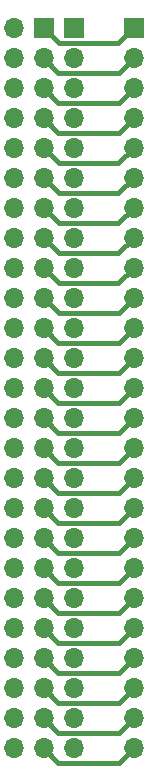
<source format=gbr>
%TF.GenerationSoftware,KiCad,Pcbnew,8.0.4*%
%TF.CreationDate,2024-08-17T03:05:55-04:00*%
%TF.ProjectId,50 pin ribbon adapter,35302070-696e-4207-9269-62626f6e2061,rev?*%
%TF.SameCoordinates,Original*%
%TF.FileFunction,Copper,L1,Top*%
%TF.FilePolarity,Positive*%
%FSLAX46Y46*%
G04 Gerber Fmt 4.6, Leading zero omitted, Abs format (unit mm)*
G04 Created by KiCad (PCBNEW 8.0.4) date 2024-08-17 03:05:55*
%MOMM*%
%LPD*%
G01*
G04 APERTURE LIST*
%TA.AperFunction,ComponentPad*%
%ADD10R,1.700000X1.700000*%
%TD*%
%TA.AperFunction,ComponentPad*%
%ADD11O,1.700000X1.700000*%
%TD*%
%TA.AperFunction,Conductor*%
%ADD12C,0.400000*%
%TD*%
G04 APERTURE END LIST*
D10*
%TO.P,J2,1,Pin_1*%
%TO.N,Net-(J2-Pin_1)*%
X152400000Y-38100000D03*
D11*
%TO.P,J2,2,Pin_2*%
%TO.N,Net-(J2-Pin_2)*%
X152400000Y-40640000D03*
%TO.P,J2,3,Pin_3*%
%TO.N,Net-(J2-Pin_3)*%
X152400000Y-43180000D03*
%TO.P,J2,4,Pin_4*%
%TO.N,Net-(J2-Pin_4)*%
X152400000Y-45720000D03*
%TO.P,J2,5,Pin_5*%
%TO.N,Net-(J2-Pin_5)*%
X152400000Y-48260000D03*
%TO.P,J2,6,Pin_6*%
%TO.N,Net-(J2-Pin_6)*%
X152400000Y-50800000D03*
%TO.P,J2,7,Pin_7*%
%TO.N,Net-(J2-Pin_7)*%
X152400000Y-53340000D03*
%TO.P,J2,8,Pin_8*%
%TO.N,Net-(J2-Pin_8)*%
X152400000Y-55880000D03*
%TO.P,J2,9,Pin_9*%
%TO.N,Net-(J2-Pin_9)*%
X152400000Y-58420000D03*
%TO.P,J2,10,Pin_10*%
%TO.N,Net-(J2-Pin_10)*%
X152400000Y-60960000D03*
%TO.P,J2,11,Pin_11*%
%TO.N,Net-(J2-Pin_11)*%
X152400000Y-63500000D03*
%TO.P,J2,12,Pin_12*%
%TO.N,Net-(J2-Pin_12)*%
X152400000Y-66040000D03*
%TO.P,J2,13,Pin_13*%
%TO.N,Net-(J2-Pin_13)*%
X152400000Y-68580000D03*
%TO.P,J2,14,Pin_14*%
%TO.N,Net-(J2-Pin_14)*%
X152400000Y-71120000D03*
%TO.P,J2,15,Pin_15*%
%TO.N,Net-(J2-Pin_15)*%
X152400000Y-73660000D03*
%TO.P,J2,16,Pin_16*%
%TO.N,Net-(J2-Pin_16)*%
X152400000Y-76200000D03*
%TO.P,J2,17,Pin_17*%
%TO.N,Net-(J2-Pin_17)*%
X152400000Y-78740000D03*
%TO.P,J2,18,Pin_18*%
%TO.N,Net-(J2-Pin_18)*%
X152400000Y-81280000D03*
%TO.P,J2,19,Pin_19*%
%TO.N,Net-(J2-Pin_19)*%
X152400000Y-83820000D03*
%TO.P,J2,20,Pin_20*%
%TO.N,Net-(J2-Pin_20)*%
X152400000Y-86360000D03*
%TO.P,J2,21,Pin_21*%
%TO.N,Net-(J2-Pin_21)*%
X152400000Y-88900000D03*
%TO.P,J2,22,Pin_22*%
%TO.N,Net-(J2-Pin_22)*%
X152400000Y-91440000D03*
%TO.P,J2,23,Pin_23*%
%TO.N,Net-(J2-Pin_23)*%
X152400000Y-93980000D03*
%TO.P,J2,24,Pin_24*%
%TO.N,Net-(J2-Pin_24)*%
X152400000Y-96520000D03*
%TO.P,J2,25,Pin_25*%
%TO.N,Net-(J2-Pin_25)*%
X152400000Y-99060000D03*
%TD*%
D10*
%TO.P,J1,1,Pin_1*%
%TO.N,Net-(J1-Pin_1)*%
X147320000Y-38100000D03*
D11*
%TO.P,J1,2,Pin_2*%
%TO.N,Net-(J1-Pin_2)*%
X147320000Y-40640000D03*
%TO.P,J1,3,Pin_3*%
%TO.N,Net-(J1-Pin_3)*%
X147320000Y-43180000D03*
%TO.P,J1,4,Pin_4*%
%TO.N,Net-(J1-Pin_4)*%
X147320000Y-45720000D03*
%TO.P,J1,5,Pin_5*%
%TO.N,Net-(J1-Pin_5)*%
X147320000Y-48260000D03*
%TO.P,J1,6,Pin_6*%
%TO.N,Net-(J1-Pin_6)*%
X147320000Y-50800000D03*
%TO.P,J1,7,Pin_7*%
%TO.N,Net-(J1-Pin_7)*%
X147320000Y-53340000D03*
%TO.P,J1,8,Pin_8*%
%TO.N,Net-(J1-Pin_8)*%
X147320000Y-55880000D03*
%TO.P,J1,9,Pin_9*%
%TO.N,Net-(J1-Pin_9)*%
X147320000Y-58420000D03*
%TO.P,J1,10,Pin_10*%
%TO.N,Net-(J1-Pin_10)*%
X147320000Y-60960000D03*
%TO.P,J1,11,Pin_11*%
%TO.N,Net-(J1-Pin_11)*%
X147320000Y-63500000D03*
%TO.P,J1,12,Pin_12*%
%TO.N,Net-(J1-Pin_12)*%
X147320000Y-66040000D03*
%TO.P,J1,13,Pin_13*%
%TO.N,Net-(J1-Pin_13)*%
X147320000Y-68580000D03*
%TO.P,J1,14,Pin_14*%
%TO.N,Net-(J1-Pin_14)*%
X147320000Y-71120000D03*
%TO.P,J1,15,Pin_15*%
%TO.N,Net-(J1-Pin_15)*%
X147320000Y-73660000D03*
%TO.P,J1,16,Pin_16*%
%TO.N,Net-(J1-Pin_16)*%
X147320000Y-76200000D03*
%TO.P,J1,17,Pin_17*%
%TO.N,Net-(J1-Pin_17)*%
X147320000Y-78740000D03*
%TO.P,J1,18,Pin_18*%
%TO.N,Net-(J1-Pin_18)*%
X147320000Y-81280000D03*
%TO.P,J1,19,Pin_19*%
%TO.N,Net-(J1-Pin_19)*%
X147320000Y-83820000D03*
%TO.P,J1,20,Pin_20*%
%TO.N,Net-(J1-Pin_20)*%
X147320000Y-86360000D03*
%TO.P,J1,21,Pin_21*%
%TO.N,Net-(J1-Pin_21)*%
X147320000Y-88900000D03*
%TO.P,J1,22,Pin_22*%
%TO.N,Net-(J1-Pin_22)*%
X147320000Y-91440000D03*
%TO.P,J1,23,Pin_23*%
%TO.N,Net-(J1-Pin_23)*%
X147320000Y-93980000D03*
%TO.P,J1,24,Pin_24*%
%TO.N,Net-(J1-Pin_24)*%
X147320000Y-96520000D03*
%TO.P,J1,25,Pin_25*%
%TO.N,Net-(J1-Pin_25)*%
X147320000Y-99060000D03*
%TD*%
D10*
%TO.P,J3,1,Pin_1*%
%TO.N,Net-(J2-Pin_1)*%
X144780000Y-38100000D03*
D11*
%TO.P,J3,2,Pin_2*%
%TO.N,Net-(J1-Pin_1)*%
X142240000Y-38100000D03*
%TO.P,J3,3,Pin_3*%
%TO.N,Net-(J2-Pin_2)*%
X144780000Y-40640000D03*
%TO.P,J3,4,Pin_4*%
%TO.N,Net-(J1-Pin_2)*%
X142240000Y-40640000D03*
%TO.P,J3,5,Pin_5*%
%TO.N,Net-(J2-Pin_3)*%
X144780000Y-43180000D03*
%TO.P,J3,6,Pin_6*%
%TO.N,Net-(J1-Pin_3)*%
X142240000Y-43180000D03*
%TO.P,J3,7,Pin_7*%
%TO.N,Net-(J2-Pin_4)*%
X144780000Y-45720000D03*
%TO.P,J3,8,Pin_8*%
%TO.N,Net-(J1-Pin_4)*%
X142240000Y-45720000D03*
%TO.P,J3,9,Pin_9*%
%TO.N,Net-(J2-Pin_5)*%
X144780000Y-48260000D03*
%TO.P,J3,10,Pin_10*%
%TO.N,Net-(J1-Pin_5)*%
X142240000Y-48260000D03*
%TO.P,J3,11,Pin_11*%
%TO.N,Net-(J2-Pin_6)*%
X144780000Y-50800000D03*
%TO.P,J3,12,Pin_12*%
%TO.N,Net-(J1-Pin_6)*%
X142240000Y-50800000D03*
%TO.P,J3,13,Pin_13*%
%TO.N,Net-(J2-Pin_7)*%
X144780000Y-53340000D03*
%TO.P,J3,14,Pin_14*%
%TO.N,Net-(J1-Pin_7)*%
X142240000Y-53340000D03*
%TO.P,J3,15,Pin_15*%
%TO.N,Net-(J2-Pin_8)*%
X144780000Y-55880000D03*
%TO.P,J3,16,Pin_16*%
%TO.N,Net-(J1-Pin_8)*%
X142240000Y-55880000D03*
%TO.P,J3,17,Pin_17*%
%TO.N,Net-(J2-Pin_9)*%
X144780000Y-58420000D03*
%TO.P,J3,18,Pin_18*%
%TO.N,Net-(J1-Pin_9)*%
X142240000Y-58420000D03*
%TO.P,J3,19,Pin_19*%
%TO.N,Net-(J2-Pin_10)*%
X144780000Y-60960000D03*
%TO.P,J3,20,Pin_20*%
%TO.N,Net-(J1-Pin_10)*%
X142240000Y-60960000D03*
%TO.P,J3,21,Pin_21*%
%TO.N,Net-(J2-Pin_11)*%
X144780000Y-63500000D03*
%TO.P,J3,22,Pin_22*%
%TO.N,Net-(J1-Pin_11)*%
X142240000Y-63500000D03*
%TO.P,J3,23,Pin_23*%
%TO.N,Net-(J2-Pin_12)*%
X144780000Y-66040000D03*
%TO.P,J3,24,Pin_24*%
%TO.N,Net-(J1-Pin_12)*%
X142240000Y-66040000D03*
%TO.P,J3,25,Pin_25*%
%TO.N,Net-(J2-Pin_13)*%
X144780000Y-68580000D03*
%TO.P,J3,26,Pin_26*%
%TO.N,Net-(J1-Pin_13)*%
X142240000Y-68580000D03*
%TO.P,J3,27,Pin_27*%
%TO.N,Net-(J2-Pin_14)*%
X144780000Y-71120000D03*
%TO.P,J3,28,Pin_28*%
%TO.N,Net-(J1-Pin_14)*%
X142240000Y-71120000D03*
%TO.P,J3,29,Pin_29*%
%TO.N,Net-(J2-Pin_15)*%
X144780000Y-73660000D03*
%TO.P,J3,30,Pin_30*%
%TO.N,Net-(J1-Pin_15)*%
X142240000Y-73660000D03*
%TO.P,J3,31,Pin_31*%
%TO.N,Net-(J2-Pin_16)*%
X144780000Y-76200000D03*
%TO.P,J3,32,Pin_32*%
%TO.N,Net-(J1-Pin_16)*%
X142240000Y-76200000D03*
%TO.P,J3,33,Pin_33*%
%TO.N,Net-(J2-Pin_17)*%
X144780000Y-78740000D03*
%TO.P,J3,34,Pin_34*%
%TO.N,Net-(J1-Pin_17)*%
X142240000Y-78740000D03*
%TO.P,J3,35,Pin_35*%
%TO.N,Net-(J2-Pin_18)*%
X144780000Y-81280000D03*
%TO.P,J3,36,Pin_36*%
%TO.N,Net-(J1-Pin_18)*%
X142240000Y-81280000D03*
%TO.P,J3,37,Pin_37*%
%TO.N,Net-(J2-Pin_19)*%
X144780000Y-83820000D03*
%TO.P,J3,38,Pin_38*%
%TO.N,Net-(J1-Pin_19)*%
X142240000Y-83820000D03*
%TO.P,J3,39,Pin_39*%
%TO.N,Net-(J2-Pin_20)*%
X144780000Y-86360000D03*
%TO.P,J3,40,Pin_40*%
%TO.N,Net-(J1-Pin_20)*%
X142240000Y-86360000D03*
%TO.P,J3,41,Pin_41*%
%TO.N,Net-(J2-Pin_21)*%
X144780000Y-88900000D03*
%TO.P,J3,42,Pin_42*%
%TO.N,Net-(J1-Pin_21)*%
X142240000Y-88900000D03*
%TO.P,J3,43,Pin_43*%
%TO.N,Net-(J2-Pin_22)*%
X144780000Y-91440000D03*
%TO.P,J3,44,Pin_44*%
%TO.N,Net-(J1-Pin_22)*%
X142240000Y-91440000D03*
%TO.P,J3,45,Pin_45*%
%TO.N,Net-(J2-Pin_23)*%
X144780000Y-93980000D03*
%TO.P,J3,46,Pin_46*%
%TO.N,Net-(J1-Pin_23)*%
X142240000Y-93980000D03*
%TO.P,J3,47,Pin_47*%
%TO.N,Net-(J2-Pin_24)*%
X144780000Y-96520000D03*
%TO.P,J3,48,Pin_48*%
%TO.N,Net-(J1-Pin_24)*%
X142240000Y-96520000D03*
%TO.P,J3,49,Pin_49*%
%TO.N,Net-(J2-Pin_25)*%
X144780000Y-99060000D03*
%TO.P,J3,50,Pin_50*%
%TO.N,Net-(J1-Pin_25)*%
X142240000Y-99060000D03*
%TD*%
D12*
%TO.N,Net-(J2-Pin_1)*%
X151110000Y-39390000D02*
X152400000Y-38100000D01*
X144780000Y-38100000D02*
X146070000Y-39390000D01*
X146070000Y-39390000D02*
X151110000Y-39390000D01*
%TO.N,Net-(J2-Pin_2)*%
X151150000Y-41890000D02*
X152400000Y-40640000D01*
X146030000Y-41890000D02*
X151150000Y-41890000D01*
X144780000Y-40640000D02*
X146030000Y-41890000D01*
%TO.N,Net-(J2-Pin_3)*%
X144780000Y-43180000D02*
X146030000Y-44430000D01*
X151150000Y-44430000D02*
X152400000Y-43180000D01*
X146030000Y-44430000D02*
X151150000Y-44430000D01*
%TO.N,Net-(J2-Pin_4)*%
X146030000Y-46970000D02*
X151150000Y-46970000D01*
X151150000Y-46970000D02*
X152400000Y-45720000D01*
X144780000Y-45720000D02*
X146030000Y-46970000D01*
%TO.N,Net-(J2-Pin_5)*%
X146070000Y-49550000D02*
X151110000Y-49550000D01*
X151110000Y-49550000D02*
X152400000Y-48260000D01*
X144780000Y-48260000D02*
X146070000Y-49550000D01*
%TO.N,Net-(J2-Pin_6)*%
X151110000Y-52090000D02*
X152400000Y-50800000D01*
X144780000Y-50800000D02*
X146070000Y-52090000D01*
X146070000Y-52090000D02*
X151110000Y-52090000D01*
%TO.N,Net-(J2-Pin_7)*%
X144780000Y-53340000D02*
X146070000Y-54630000D01*
X151110000Y-54630000D02*
X152400000Y-53340000D01*
X146070000Y-54630000D02*
X151110000Y-54630000D01*
%TO.N,Net-(J2-Pin_8)*%
X151110000Y-57170000D02*
X152400000Y-55880000D01*
X144780000Y-55880000D02*
X146070000Y-57170000D01*
X146070000Y-57170000D02*
X151110000Y-57170000D01*
%TO.N,Net-(J2-Pin_9)*%
X146070000Y-59710000D02*
X151110000Y-59710000D01*
X151110000Y-59710000D02*
X152400000Y-58420000D01*
X144780000Y-58420000D02*
X146070000Y-59710000D01*
%TO.N,Net-(J2-Pin_10)*%
X151130000Y-62230000D02*
X152400000Y-60960000D01*
X146050000Y-62230000D02*
X151130000Y-62230000D01*
X144780000Y-60960000D02*
X146050000Y-62230000D01*
%TO.N,Net-(J2-Pin_11)*%
X144780000Y-63500000D02*
X146030000Y-64750000D01*
X151150000Y-64750000D02*
X152400000Y-63500000D01*
X146030000Y-64750000D02*
X151150000Y-64750000D01*
%TO.N,Net-(J2-Pin_12)*%
X151150000Y-67290000D02*
X152400000Y-66040000D01*
X144780000Y-66040000D02*
X146030000Y-67290000D01*
X146030000Y-67290000D02*
X151150000Y-67290000D01*
%TO.N,Net-(J2-Pin_13)*%
X146030000Y-69830000D02*
X151150000Y-69830000D01*
X151150000Y-69830000D02*
X152400000Y-68580000D01*
X144780000Y-68580000D02*
X146030000Y-69830000D01*
%TO.N,Net-(J2-Pin_14)*%
X151150000Y-72370000D02*
X152400000Y-71120000D01*
X146030000Y-72370000D02*
X151150000Y-72370000D01*
X144780000Y-71120000D02*
X146030000Y-72370000D01*
%TO.N,Net-(J2-Pin_15)*%
X151150000Y-74910000D02*
X152400000Y-73660000D01*
X144780000Y-73660000D02*
X146030000Y-74910000D01*
X146030000Y-74910000D02*
X151150000Y-74910000D01*
%TO.N,Net-(J2-Pin_16)*%
X146030000Y-77450000D02*
X151150000Y-77450000D01*
X144780000Y-76200000D02*
X146030000Y-77450000D01*
X151150000Y-77450000D02*
X152400000Y-76200000D01*
%TO.N,Net-(J2-Pin_17)*%
X144780000Y-78740000D02*
X146030000Y-79990000D01*
X151150000Y-79990000D02*
X152400000Y-78740000D01*
X146030000Y-79990000D02*
X151150000Y-79990000D01*
%TO.N,Net-(J2-Pin_18)*%
X146030000Y-82530000D02*
X151150000Y-82530000D01*
X144780000Y-81280000D02*
X146030000Y-82530000D01*
X151150000Y-82530000D02*
X152400000Y-81280000D01*
%TO.N,Net-(J2-Pin_19)*%
X144780000Y-83820000D02*
X146030000Y-85070000D01*
X151150000Y-85070000D02*
X152400000Y-83820000D01*
X146030000Y-85070000D02*
X151150000Y-85070000D01*
%TO.N,Net-(J2-Pin_20)*%
X146030000Y-87610000D02*
X151150000Y-87610000D01*
X144780000Y-86360000D02*
X146030000Y-87610000D01*
X151150000Y-87610000D02*
X152400000Y-86360000D01*
%TO.N,Net-(J2-Pin_21)*%
X151150000Y-90150000D02*
X152400000Y-88900000D01*
X146030000Y-90150000D02*
X151150000Y-90150000D01*
X144780000Y-88900000D02*
X146030000Y-90150000D01*
%TO.N,Net-(J2-Pin_22)*%
X144780000Y-91440000D02*
X146030000Y-92690000D01*
X146030000Y-92690000D02*
X151150000Y-92690000D01*
X151150000Y-92690000D02*
X152400000Y-91440000D01*
%TO.N,Net-(J2-Pin_23)*%
X151150000Y-95230000D02*
X152400000Y-93980000D01*
X146030000Y-95230000D02*
X151150000Y-95230000D01*
X144780000Y-93980000D02*
X146030000Y-95230000D01*
%TO.N,Net-(J2-Pin_24)*%
X151150000Y-97770000D02*
X152400000Y-96520000D01*
X144780000Y-96520000D02*
X146030000Y-97770000D01*
X146030000Y-97770000D02*
X151150000Y-97770000D01*
%TO.N,Net-(J2-Pin_25)*%
X151150000Y-100310000D02*
X146030000Y-100310000D01*
X146030000Y-100310000D02*
X144780000Y-99060000D01*
X152400000Y-99060000D02*
X151150000Y-100310000D01*
%TD*%
M02*

</source>
